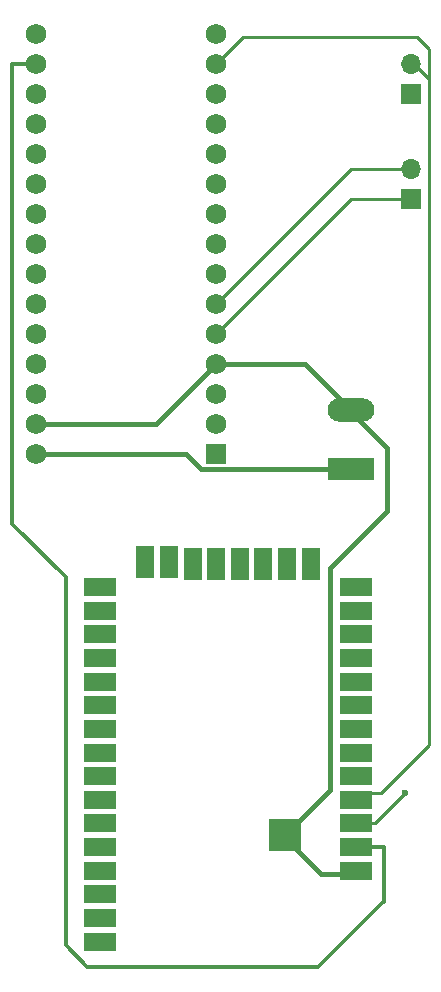
<source format=gtl>
G04 #@! TF.FileFunction,Copper,L1,Top,Signal*
%FSLAX46Y46*%
G04 Gerber Fmt 4.6, Leading zero omitted, Abs format (unit mm)*
G04 Created by KiCad (PCBNEW 4.0.7) date 2018 June 21, Thursday 20:27:03*
%MOMM*%
%LPD*%
G01*
G04 APERTURE LIST*
%ADD10C,0.100000*%
%ADD11R,2.800000X1.520000*%
%ADD12R,1.520000X2.800000*%
%ADD13R,2.790000X2.790000*%
%ADD14C,1.727200*%
%ADD15R,1.727200X1.727200*%
%ADD16R,3.960000X1.980000*%
%ADD17O,3.960000X1.980000*%
%ADD18R,1.700000X1.700000*%
%ADD19O,1.700000X1.700000*%
%ADD20C,0.600000*%
%ADD21C,0.400000*%
%ADD22C,0.300000*%
%ADD23C,0.250000*%
G04 APERTURE END LIST*
D10*
D11*
X162975000Y-140724000D03*
X162975000Y-138724000D03*
X162975000Y-136724000D03*
X162975000Y-134724000D03*
X162975000Y-132724000D03*
X162975000Y-130724000D03*
X162975000Y-128724000D03*
X162975000Y-126724000D03*
X162975000Y-124724000D03*
X162975000Y-122724000D03*
X162975000Y-120724000D03*
X162975000Y-118724000D03*
X162975000Y-116724000D03*
D12*
X159125000Y-114744000D03*
X157125000Y-114744000D03*
X155125000Y-114744000D03*
X153125000Y-114744000D03*
X151125000Y-114744000D03*
X149125000Y-114744000D03*
X147125000Y-114626000D03*
X145125000Y-114626000D03*
D11*
X141275000Y-116724000D03*
X141275000Y-118724000D03*
X141275000Y-120724000D03*
X141275000Y-122724000D03*
X141275000Y-124724000D03*
X141275000Y-126724000D03*
X141275000Y-128724000D03*
X141275000Y-130724000D03*
X141275000Y-132724000D03*
X141275000Y-134724000D03*
X141275000Y-136724000D03*
X141275000Y-138724000D03*
X141275000Y-140724000D03*
X141275000Y-142724000D03*
X141275000Y-144724000D03*
X141275000Y-146724000D03*
D13*
X156980000Y-137730000D03*
D14*
X135890000Y-105410000D03*
X135890000Y-102870000D03*
X135890000Y-100330000D03*
X135890000Y-97790000D03*
X135890000Y-95250000D03*
X135890000Y-92710000D03*
X135890000Y-90170000D03*
X135890000Y-87630000D03*
X135890000Y-85090000D03*
X135890000Y-82550000D03*
X135890000Y-80010000D03*
X135890000Y-77470000D03*
X135890000Y-74930000D03*
X135890000Y-72390000D03*
X135890000Y-69850000D03*
X151130000Y-69850000D03*
X151130000Y-72390000D03*
X151130000Y-74930000D03*
X151130000Y-77470000D03*
X151130000Y-80010000D03*
X151130000Y-82550000D03*
X151130000Y-85090000D03*
X151130000Y-87630000D03*
X151130000Y-90170000D03*
X151130000Y-92710000D03*
X151130000Y-95250000D03*
X151130000Y-97790000D03*
X151130000Y-100330000D03*
X151130000Y-102870000D03*
D15*
X151130000Y-105410000D03*
D16*
X162560000Y-106680000D03*
D17*
X162560000Y-101680000D03*
D18*
X167640000Y-83820000D03*
D19*
X167640000Y-81280000D03*
D18*
X167640000Y-74930000D03*
D19*
X167640000Y-72390000D03*
D20*
X167132000Y-134112000D03*
D21*
X162560000Y-106680000D02*
X149860000Y-106680000D01*
X149860000Y-106680000D02*
X148590000Y-105410000D01*
X148590000Y-105410000D02*
X135890000Y-105410000D01*
X162560000Y-101680000D02*
X162560000Y-101854000D01*
X162560000Y-101854000D02*
X165608000Y-104902000D01*
X160782000Y-133928000D02*
X156980000Y-137730000D01*
X160782000Y-115062000D02*
X160782000Y-133928000D01*
X165608000Y-110236000D02*
X160782000Y-115062000D01*
X165608000Y-104902000D02*
X165608000Y-110236000D01*
X151130000Y-97790000D02*
X158670000Y-97790000D01*
X158670000Y-97790000D02*
X162560000Y-101680000D01*
X151130000Y-97790000D02*
X146050000Y-102870000D01*
X146050000Y-102870000D02*
X135890000Y-102870000D01*
X162975000Y-140724000D02*
X162560000Y-140970000D01*
X162560000Y-101600000D02*
X162560000Y-101680000D01*
X162975000Y-140724000D02*
X162560000Y-140970000D01*
X162560000Y-140970000D02*
X160020000Y-140970000D01*
X160020000Y-140970000D02*
X157480000Y-138430000D01*
X157480000Y-138430000D02*
X157480000Y-137160000D01*
X157480000Y-137160000D02*
X156980000Y-137730000D01*
D22*
X138366500Y-147002500D02*
X138366500Y-115887500D01*
X138366500Y-115887500D02*
X133858000Y-111379000D01*
X159766000Y-148844000D02*
X165354000Y-143256000D01*
X165354000Y-143256000D02*
X165354000Y-143383000D01*
X140208000Y-148844000D02*
X138366500Y-147002500D01*
X140208000Y-148844000D02*
X159766000Y-148844000D01*
X135890000Y-72390000D02*
X133858000Y-72390000D01*
X133858000Y-72390000D02*
X133858000Y-111379000D01*
X165314000Y-138724000D02*
X162975000Y-138724000D01*
X165354000Y-138684000D02*
X165314000Y-138724000D01*
X165354000Y-143383000D02*
X165354000Y-138684000D01*
D23*
X169164000Y-73660000D02*
X169164000Y-71120000D01*
X153416000Y-70104000D02*
X151130000Y-72390000D01*
X168148000Y-70104000D02*
X153416000Y-70104000D01*
X169164000Y-71120000D02*
X168148000Y-70104000D01*
X162975000Y-134724000D02*
X163068000Y-134620000D01*
X163068000Y-134620000D02*
X163576000Y-134112000D01*
X163576000Y-134112000D02*
X165100000Y-134112000D01*
X165100000Y-134112000D02*
X169164000Y-130048000D01*
X169164000Y-130048000D02*
X169164000Y-73660000D01*
X169164000Y-73660000D02*
X168148000Y-72644000D01*
X168148000Y-72644000D02*
X167640000Y-72644000D01*
X167640000Y-72644000D02*
X167640000Y-72390000D01*
X162975000Y-134724000D02*
X163068000Y-134620000D01*
X162560000Y-134620000D02*
X162975000Y-134724000D01*
X167132000Y-134112000D02*
X164592000Y-136652000D01*
X164592000Y-136652000D02*
X163068000Y-136652000D01*
X163068000Y-136652000D02*
X162975000Y-136724000D01*
X163068000Y-136652000D02*
X162975000Y-136724000D01*
X162560000Y-137160000D02*
X162975000Y-136724000D01*
X151130000Y-92710000D02*
X162560000Y-81280000D01*
X162560000Y-81280000D02*
X167640000Y-81280000D01*
X151130000Y-95250000D02*
X162560000Y-83820000D01*
X162560000Y-83820000D02*
X167640000Y-83820000D01*
M02*

</source>
